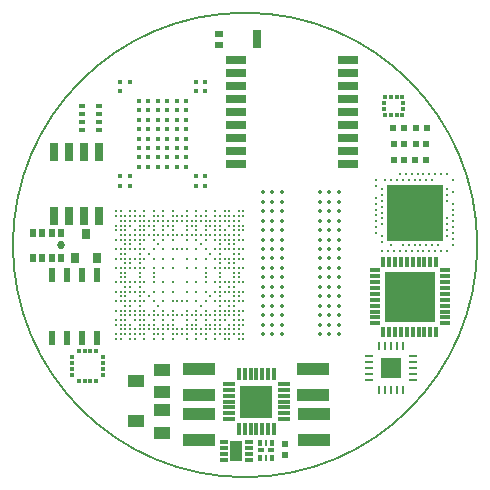
<source format=gtp>
G04*
G04 #@! TF.GenerationSoftware,Altium Limited,Altium Designer,22.6.1 (34)*
G04*
G04 Layer_Color=8421504*
%FSLAX44Y44*%
%MOMM*%
G71*
G04*
G04 #@! TF.SameCoordinates,74DF644D-C5CC-47E8-8FD8-F3D1935BC2B4*
G04*
G04*
G04 #@! TF.FilePolarity,Positive*
G04*
G01*
G75*
%ADD12C,0.2000*%
%ADD14R,0.7000X1.5000*%
%ADD15R,0.7000X0.5500*%
%ADD16R,1.7393X1.7393*%
%ADD17R,0.8500X0.3000*%
%ADD18R,0.3000X0.8500*%
%ADD19R,4.2500X4.2500*%
%ADD20R,1.8000X0.7000*%
%ADD21R,1.8000X0.8000*%
%ADD22C,0.2000*%
%ADD23R,4.7500X4.7500*%
%ADD24R,0.5000X0.4000*%
%ADD25R,0.3000X0.3500*%
%ADD26R,0.3500X0.3000*%
%ADD27R,2.7000X1.0000*%
%ADD28R,0.6300X0.3500*%
%ADD29R,0.3000X0.5800*%
%ADD30R,0.2500X0.5800*%
%ADD31R,1.0000X1.7000*%
%ADD32R,0.7000X0.3000*%
%ADD33R,1.0000X0.3000*%
%ADD34R,0.3000X1.0000*%
%ADD35R,2.8000X2.8000*%
%ADD36R,0.6000X0.5000*%
%ADD37C,0.3500*%
%ADD38R,1.4000X1.0000*%
%ADD39R,0.5000X0.6000*%
%ADD40R,0.6500X1.5250*%
%ADD41R,0.8000X0.9000*%
%ADD42C,0.6900*%
%ADD43R,0.5000X0.7500*%
%ADD44R,0.6000X1.3000*%
%ADD45R,0.2393X0.7311*%
G04:AMPARAMS|DCode=46|XSize=0.7311mm|YSize=0.2393mm|CornerRadius=0.1196mm|HoleSize=0mm|Usage=FLASHONLY|Rotation=270.000|XOffset=0mm|YOffset=0mm|HoleType=Round|Shape=RoundedRectangle|*
%AMROUNDEDRECTD46*
21,1,0.7311,0.0000,0,0,270.0*
21,1,0.4918,0.2393,0,0,270.0*
1,1,0.2393,0.0000,-0.2459*
1,1,0.2393,0.0000,0.2459*
1,1,0.2393,0.0000,0.2459*
1,1,0.2393,0.0000,-0.2459*
%
%ADD46ROUNDEDRECTD46*%
G04:AMPARAMS|DCode=47|XSize=0.2393mm|YSize=0.7311mm|CornerRadius=0.1196mm|HoleSize=0mm|Usage=FLASHONLY|Rotation=270.000|XOffset=0mm|YOffset=0mm|HoleType=Round|Shape=RoundedRectangle|*
%AMROUNDEDRECTD47*
21,1,0.2393,0.4918,0,0,270.0*
21,1,0.0000,0.7311,0,0,270.0*
1,1,0.2393,-0.2459,0.0000*
1,1,0.2393,-0.2459,0.0000*
1,1,0.2393,0.2459,0.0000*
1,1,0.2393,0.2459,0.0000*
%
%ADD47ROUNDEDRECTD47*%
%ADD48R,0.3000X0.4500*%
%ADD49R,0.4500X0.3000*%
%ADD50C,0.2125*%
%ADD51C,0.3825*%
D12*
X903478Y560832D02*
G03*
X903478Y560832I-196596J0D01*
G01*
D14*
X717040Y734822D02*
D03*
D15*
X685040Y739572D02*
D03*
Y730072D02*
D03*
D16*
X830544Y456728D02*
D03*
D17*
X816792Y539426D02*
D03*
Y534426D02*
D03*
Y529426D02*
D03*
Y524426D02*
D03*
Y519426D02*
D03*
Y514426D02*
D03*
Y509426D02*
D03*
Y504426D02*
D03*
Y499426D02*
D03*
Y494426D02*
D03*
X875792D02*
D03*
Y499426D02*
D03*
Y504426D02*
D03*
Y509426D02*
D03*
Y514426D02*
D03*
Y519426D02*
D03*
Y524426D02*
D03*
Y529426D02*
D03*
Y534426D02*
D03*
Y539426D02*
D03*
D18*
X823792Y487426D02*
D03*
X828792D02*
D03*
X833792D02*
D03*
X838792D02*
D03*
X843792D02*
D03*
X848792D02*
D03*
X853792D02*
D03*
X858792D02*
D03*
X863792D02*
D03*
X868792D02*
D03*
Y546426D02*
D03*
X863792D02*
D03*
X858792D02*
D03*
X853792D02*
D03*
X848792D02*
D03*
X843792D02*
D03*
X838792D02*
D03*
X833792D02*
D03*
X828792D02*
D03*
X823792D02*
D03*
D19*
X846292Y516926D02*
D03*
D20*
X794006Y629354D02*
D03*
Y717354D02*
D03*
X699006D02*
D03*
Y629354D02*
D03*
D21*
X794006Y640354D02*
D03*
Y651354D02*
D03*
Y662354D02*
D03*
Y673354D02*
D03*
Y684354D02*
D03*
Y695354D02*
D03*
Y706354D02*
D03*
X699006D02*
D03*
Y695354D02*
D03*
Y684354D02*
D03*
Y673354D02*
D03*
Y662354D02*
D03*
Y651354D02*
D03*
Y640354D02*
D03*
D22*
X817892Y590764D02*
D03*
Y595764D02*
D03*
Y600764D02*
D03*
Y610764D02*
D03*
Y615764D02*
D03*
Y585764D02*
D03*
Y580764D02*
D03*
Y575764D02*
D03*
Y570764D02*
D03*
X877892Y568264D02*
D03*
Y573264D02*
D03*
Y578264D02*
D03*
Y583264D02*
D03*
Y608264D02*
D03*
Y603264D02*
D03*
Y598264D02*
D03*
X822892Y563264D02*
D03*
Y568264D02*
D03*
Y578264D02*
D03*
Y583264D02*
D03*
Y608264D02*
D03*
Y603264D02*
D03*
Y598264D02*
D03*
Y593264D02*
D03*
Y588264D02*
D03*
X882892Y615764D02*
D03*
Y605764D02*
D03*
Y595764D02*
D03*
Y590764D02*
D03*
Y560764D02*
D03*
Y565764D02*
D03*
Y570764D02*
D03*
Y575764D02*
D03*
Y580764D02*
D03*
Y585764D02*
D03*
X850392Y615764D02*
D03*
X845392D02*
D03*
X840392D02*
D03*
X835392D02*
D03*
X830392D02*
D03*
X825392D02*
D03*
X855392D02*
D03*
X860392D02*
D03*
X865392D02*
D03*
X850392Y560764D02*
D03*
X855392D02*
D03*
X860392D02*
D03*
X865392D02*
D03*
X870392D02*
D03*
X845392D02*
D03*
X840392D02*
D03*
X830392D02*
D03*
X877892Y555764D02*
D03*
X872892D02*
D03*
X867892D02*
D03*
X862892D02*
D03*
X857892D02*
D03*
X822892D02*
D03*
X827892D02*
D03*
X837892D02*
D03*
X842892D02*
D03*
X847892D02*
D03*
X852892D02*
D03*
X837892Y620764D02*
D03*
X842892D02*
D03*
X847892D02*
D03*
X877892D02*
D03*
X872892D02*
D03*
X867892D02*
D03*
X862892D02*
D03*
X857892D02*
D03*
X852892D02*
D03*
X832892Y555764D02*
D03*
D23*
X850392Y588264D02*
D03*
D24*
X568536Y678060D02*
D03*
Y671560D02*
D03*
Y665060D02*
D03*
Y658560D02*
D03*
X583536D02*
D03*
Y665060D02*
D03*
Y671560D02*
D03*
Y678060D02*
D03*
D25*
X825152Y670560D02*
D03*
X830152D02*
D03*
X835152D02*
D03*
X840152D02*
D03*
Y685810D02*
D03*
X835152D02*
D03*
X830152D02*
D03*
X825152D02*
D03*
D26*
X840402Y675685D02*
D03*
Y680685D02*
D03*
X824652D02*
D03*
Y675685D02*
D03*
D27*
X765302Y395908D02*
D03*
Y417908D02*
D03*
X764794Y455500D02*
D03*
Y433500D02*
D03*
X667766Y395654D02*
D03*
Y417654D02*
D03*
Y455422D02*
D03*
Y433422D02*
D03*
D28*
X728980Y386842D02*
D03*
X720280D02*
D03*
D29*
X729630Y380492D02*
D03*
X719630D02*
D03*
Y393192D02*
D03*
X729630D02*
D03*
D30*
X724630Y380492D02*
D03*
Y393192D02*
D03*
D31*
X699516Y386588D02*
D03*
D32*
X689016Y379088D02*
D03*
Y384088D02*
D03*
Y389088D02*
D03*
Y394088D02*
D03*
X710016D02*
D03*
Y389088D02*
D03*
Y384088D02*
D03*
Y379088D02*
D03*
D33*
X693034Y443244D02*
D03*
Y438244D02*
D03*
Y433244D02*
D03*
Y428244D02*
D03*
Y423244D02*
D03*
Y418244D02*
D03*
Y413244D02*
D03*
X740034D02*
D03*
Y418244D02*
D03*
Y423244D02*
D03*
Y428244D02*
D03*
Y433244D02*
D03*
Y438244D02*
D03*
Y443244D02*
D03*
D34*
X701534Y404744D02*
D03*
X706534D02*
D03*
X711534D02*
D03*
X716534D02*
D03*
X721534D02*
D03*
X726534D02*
D03*
X731534D02*
D03*
Y451744D02*
D03*
X726534D02*
D03*
X721534D02*
D03*
X716534D02*
D03*
X711534D02*
D03*
X706534D02*
D03*
X701534D02*
D03*
D35*
X716534Y428244D02*
D03*
D36*
X740410Y383358D02*
D03*
Y392358D02*
D03*
D37*
X786088Y485434D02*
D03*
X778088D02*
D03*
X770088D02*
D03*
X738088D02*
D03*
X730088D02*
D03*
X722088D02*
D03*
X786088Y493434D02*
D03*
X778088D02*
D03*
X770088D02*
D03*
X738088D02*
D03*
X730088D02*
D03*
X722088D02*
D03*
X786088Y501434D02*
D03*
X778088D02*
D03*
X770088D02*
D03*
X738088D02*
D03*
X730088D02*
D03*
X722088D02*
D03*
X786088Y509434D02*
D03*
X778088D02*
D03*
X770088D02*
D03*
X738088D02*
D03*
X730088D02*
D03*
X722088D02*
D03*
X786088Y517434D02*
D03*
X778088D02*
D03*
X770088D02*
D03*
X738088D02*
D03*
X730088D02*
D03*
X722088D02*
D03*
X786088Y525434D02*
D03*
X778088D02*
D03*
X770088D02*
D03*
X738088D02*
D03*
X730088D02*
D03*
X722088D02*
D03*
X786088Y533434D02*
D03*
X778088D02*
D03*
X770088D02*
D03*
X738088D02*
D03*
X730088D02*
D03*
X722088D02*
D03*
X786088Y541434D02*
D03*
X778088D02*
D03*
X770088D02*
D03*
X738088D02*
D03*
X730088D02*
D03*
X722088D02*
D03*
X786088Y549434D02*
D03*
X778088D02*
D03*
X770088D02*
D03*
X738088D02*
D03*
X730088D02*
D03*
X722088D02*
D03*
X786088Y557434D02*
D03*
X778088D02*
D03*
X770088D02*
D03*
X738088D02*
D03*
X730088D02*
D03*
X722088D02*
D03*
X786088Y565434D02*
D03*
X778088D02*
D03*
X770088D02*
D03*
X738088D02*
D03*
X730088D02*
D03*
X722088D02*
D03*
X786088Y573434D02*
D03*
X778088D02*
D03*
X770088D02*
D03*
X738088D02*
D03*
X730088D02*
D03*
X722088D02*
D03*
X786088Y581434D02*
D03*
X778088D02*
D03*
X770088D02*
D03*
X738088D02*
D03*
X730088D02*
D03*
X722088D02*
D03*
X786088Y589434D02*
D03*
X778088D02*
D03*
X770088D02*
D03*
X738088D02*
D03*
X730088D02*
D03*
X722088D02*
D03*
X786088Y597434D02*
D03*
X778088D02*
D03*
X770088D02*
D03*
X738088D02*
D03*
X730088D02*
D03*
X722088D02*
D03*
X786088Y605434D02*
D03*
X778088D02*
D03*
X770088D02*
D03*
X738088D02*
D03*
X730088D02*
D03*
X722088D02*
D03*
D38*
X636602Y436016D02*
D03*
Y455016D02*
D03*
X614602Y445516D02*
D03*
X636348Y401980D02*
D03*
Y420980D02*
D03*
X614348Y411480D02*
D03*
D39*
X851178Y633004D02*
D03*
X860178D02*
D03*
X832660Y632496D02*
D03*
X841660D02*
D03*
X832660Y645958D02*
D03*
X841660D02*
D03*
X851504Y659928D02*
D03*
X860504D02*
D03*
X832478Y659674D02*
D03*
X841478D02*
D03*
X851432Y646466D02*
D03*
X860432D02*
D03*
D40*
X545338Y585274D02*
D03*
X558038D02*
D03*
X570738D02*
D03*
X583438D02*
D03*
Y639514D02*
D03*
X570738D02*
D03*
X558038D02*
D03*
X545338D02*
D03*
D41*
X562762Y549976D02*
D03*
X581762D02*
D03*
X572262Y569976D02*
D03*
D42*
X551052Y560446D02*
D03*
D43*
X527052Y571246D02*
D03*
X543052D02*
D03*
X551052D02*
D03*
X535052D02*
D03*
X527052Y549946D02*
D03*
X543052D02*
D03*
X551052D02*
D03*
X535052D02*
D03*
D44*
X543270Y482298D02*
D03*
X555970D02*
D03*
X568670D02*
D03*
X581370D02*
D03*
Y535298D02*
D03*
X568670D02*
D03*
X555970D02*
D03*
X543270D02*
D03*
D45*
X840544Y475634D02*
D03*
D46*
X835544D02*
D03*
X830544D02*
D03*
X825544D02*
D03*
X820544D02*
D03*
Y437823D02*
D03*
X825544D02*
D03*
X830544D02*
D03*
X835544D02*
D03*
X840544D02*
D03*
D47*
X811638Y466728D02*
D03*
Y461728D02*
D03*
Y456728D02*
D03*
Y451728D02*
D03*
Y446728D02*
D03*
X849449D02*
D03*
Y451728D02*
D03*
Y456728D02*
D03*
Y461728D02*
D03*
Y466728D02*
D03*
D48*
X565996Y445502D02*
D03*
X570996D02*
D03*
X575996D02*
D03*
X580996D02*
D03*
Y471002D02*
D03*
X575996D02*
D03*
X570996D02*
D03*
X565996D02*
D03*
D49*
X586246Y450752D02*
D03*
Y455752D02*
D03*
Y460752D02*
D03*
Y465752D02*
D03*
X560746D02*
D03*
Y460752D02*
D03*
Y455752D02*
D03*
Y450752D02*
D03*
D50*
X597538Y589274D02*
D03*
X601538D02*
D03*
X609538D02*
D03*
X613538D02*
D03*
X621538D02*
D03*
X629538D02*
D03*
X637538D02*
D03*
X645538D02*
D03*
X657538D02*
D03*
X665538D02*
D03*
X673538D02*
D03*
X681538D02*
D03*
X689538D02*
D03*
X693538D02*
D03*
X701538D02*
D03*
X705538D02*
D03*
X597538Y585274D02*
D03*
X601538D02*
D03*
X605538D02*
D03*
X609538D02*
D03*
X613538D02*
D03*
X617538D02*
D03*
X621538D02*
D03*
X629538D02*
D03*
X633538D02*
D03*
X637538D02*
D03*
X645538D02*
D03*
X649538D02*
D03*
X653538D02*
D03*
X657538D02*
D03*
X665538D02*
D03*
X669538D02*
D03*
X673538D02*
D03*
X681538D02*
D03*
X685538D02*
D03*
X689538D02*
D03*
X693538D02*
D03*
X697538D02*
D03*
X701538D02*
D03*
X705538D02*
D03*
X601538Y581274D02*
D03*
X605538D02*
D03*
X609538D02*
D03*
X613538D02*
D03*
X617538D02*
D03*
X621538D02*
D03*
X625538D02*
D03*
X629538D02*
D03*
X633538D02*
D03*
X637538D02*
D03*
X641538D02*
D03*
X645538D02*
D03*
X649538D02*
D03*
X653538D02*
D03*
X657538D02*
D03*
X661538D02*
D03*
X665538D02*
D03*
X669538D02*
D03*
X673538D02*
D03*
X677538D02*
D03*
X681538D02*
D03*
X685538D02*
D03*
X689538D02*
D03*
X693538D02*
D03*
X697538D02*
D03*
X701538D02*
D03*
X597538Y577274D02*
D03*
X601538D02*
D03*
X605538D02*
D03*
X609538D02*
D03*
X617538D02*
D03*
X621538D02*
D03*
X625538D02*
D03*
X629538D02*
D03*
X637538D02*
D03*
X641538D02*
D03*
X645538D02*
D03*
X657538D02*
D03*
X661538D02*
D03*
X665538D02*
D03*
X673538D02*
D03*
X677538D02*
D03*
X681538D02*
D03*
X685538D02*
D03*
X693538D02*
D03*
X697538D02*
D03*
X701538D02*
D03*
X705538D02*
D03*
X597538Y573274D02*
D03*
X601538D02*
D03*
X605538D02*
D03*
X613538D02*
D03*
X617538D02*
D03*
X621538D02*
D03*
X629538D02*
D03*
X637538D02*
D03*
X645538D02*
D03*
X657538D02*
D03*
X665538D02*
D03*
X673538D02*
D03*
X681538D02*
D03*
X685538D02*
D03*
X689538D02*
D03*
X697538D02*
D03*
X701538D02*
D03*
X705538D02*
D03*
X601538Y569274D02*
D03*
X605538D02*
D03*
X609538D02*
D03*
X613538D02*
D03*
X617538D02*
D03*
X621538D02*
D03*
X625538D02*
D03*
X629538D02*
D03*
X633538D02*
D03*
X637538D02*
D03*
X641538D02*
D03*
X645538D02*
D03*
X649538D02*
D03*
X653538D02*
D03*
X657538D02*
D03*
X661538D02*
D03*
X665538D02*
D03*
X669538D02*
D03*
X673538D02*
D03*
X677538D02*
D03*
X681538D02*
D03*
X685538D02*
D03*
X689538D02*
D03*
X693538D02*
D03*
X697538D02*
D03*
X701538D02*
D03*
X597538Y565274D02*
D03*
X601538D02*
D03*
X605538D02*
D03*
X609538D02*
D03*
X613538D02*
D03*
X617538D02*
D03*
X621538D02*
D03*
X629538D02*
D03*
X637538D02*
D03*
X645538D02*
D03*
X657538D02*
D03*
X665538D02*
D03*
X673538D02*
D03*
X681538D02*
D03*
X685538D02*
D03*
X689538D02*
D03*
X693538D02*
D03*
X697538D02*
D03*
X701538D02*
D03*
X705538D02*
D03*
X605538Y561274D02*
D03*
X609538D02*
D03*
X617538D02*
D03*
X633538D02*
D03*
X669538D02*
D03*
X685538D02*
D03*
X693538D02*
D03*
X697538D02*
D03*
X597538Y557274D02*
D03*
X601538D02*
D03*
X605538D02*
D03*
X609538D02*
D03*
X613538D02*
D03*
X617538D02*
D03*
X621538D02*
D03*
X629538D02*
D03*
X637538D02*
D03*
X645538D02*
D03*
X649538D02*
D03*
X653538D02*
D03*
X657538D02*
D03*
X665538D02*
D03*
X673538D02*
D03*
X681538D02*
D03*
X685538D02*
D03*
X689538D02*
D03*
X693538D02*
D03*
X697538D02*
D03*
X701538D02*
D03*
X705538D02*
D03*
X601538Y553274D02*
D03*
X605538D02*
D03*
X617538D02*
D03*
X625538D02*
D03*
X677538D02*
D03*
X685538D02*
D03*
X697538D02*
D03*
X701538D02*
D03*
X597538Y549274D02*
D03*
X601538D02*
D03*
X605538D02*
D03*
X609538D02*
D03*
X613538D02*
D03*
X617538D02*
D03*
X621538D02*
D03*
X629538D02*
D03*
X637538D02*
D03*
X645538D02*
D03*
X657538D02*
D03*
X665538D02*
D03*
X673538D02*
D03*
X681538D02*
D03*
X685538D02*
D03*
X689538D02*
D03*
X693538D02*
D03*
X697538D02*
D03*
X701538D02*
D03*
X705538D02*
D03*
X605538Y545274D02*
D03*
X609538D02*
D03*
X617538D02*
D03*
X685538D02*
D03*
X693538D02*
D03*
X697538D02*
D03*
X597538Y541274D02*
D03*
X601538D02*
D03*
X605538D02*
D03*
X609538D02*
D03*
X613538D02*
D03*
X617538D02*
D03*
X621538D02*
D03*
X629538D02*
D03*
X637538D02*
D03*
X645538D02*
D03*
X657538D02*
D03*
X665538D02*
D03*
X673538D02*
D03*
X681538D02*
D03*
X685538D02*
D03*
X689538D02*
D03*
X693538D02*
D03*
X697538D02*
D03*
X701538D02*
D03*
X705538D02*
D03*
X601538Y537274D02*
D03*
X605538D02*
D03*
X617538D02*
D03*
X629538D02*
D03*
X673538D02*
D03*
X685538D02*
D03*
X697538D02*
D03*
X701538D02*
D03*
X601538Y533274D02*
D03*
X605538D02*
D03*
X617538D02*
D03*
X629538D02*
D03*
X673538D02*
D03*
X685538D02*
D03*
X697538D02*
D03*
X701538D02*
D03*
X597538Y529274D02*
D03*
X601538D02*
D03*
X605538D02*
D03*
X609538D02*
D03*
X613538D02*
D03*
X617538D02*
D03*
X621538D02*
D03*
X629538D02*
D03*
X637538D02*
D03*
X645538D02*
D03*
X657538D02*
D03*
X665538D02*
D03*
X673538D02*
D03*
X681538D02*
D03*
X685538D02*
D03*
X689538D02*
D03*
X693538D02*
D03*
X697538D02*
D03*
X701538D02*
D03*
X705538D02*
D03*
X605538Y525274D02*
D03*
X609538D02*
D03*
X617538D02*
D03*
X685538D02*
D03*
X693538D02*
D03*
X697538D02*
D03*
X597538Y521274D02*
D03*
X601538D02*
D03*
X605538D02*
D03*
X609538D02*
D03*
X613538D02*
D03*
X617538D02*
D03*
X621538D02*
D03*
X629538D02*
D03*
X637538D02*
D03*
X645538D02*
D03*
X657538D02*
D03*
X665538D02*
D03*
X673538D02*
D03*
X681538D02*
D03*
X685538D02*
D03*
X689538D02*
D03*
X693538D02*
D03*
X697538D02*
D03*
X701538D02*
D03*
X705538D02*
D03*
X601538Y517274D02*
D03*
X605538D02*
D03*
X617538D02*
D03*
X625538D02*
D03*
X677538D02*
D03*
X685538D02*
D03*
X697538D02*
D03*
X701538D02*
D03*
X597538Y513274D02*
D03*
X601538D02*
D03*
X605538D02*
D03*
X609538D02*
D03*
X613538D02*
D03*
X617538D02*
D03*
X621538D02*
D03*
X629538D02*
D03*
X637538D02*
D03*
X645538D02*
D03*
X649538D02*
D03*
X653538D02*
D03*
X657538D02*
D03*
X665538D02*
D03*
X673538D02*
D03*
X681538D02*
D03*
X685538D02*
D03*
X689538D02*
D03*
X693538D02*
D03*
X697538D02*
D03*
X701538D02*
D03*
X705538D02*
D03*
X605538Y509274D02*
D03*
X609538D02*
D03*
X617538D02*
D03*
X633538D02*
D03*
X669538D02*
D03*
X685538D02*
D03*
X693538D02*
D03*
X697538D02*
D03*
X597538Y505274D02*
D03*
X601538D02*
D03*
X605538D02*
D03*
X609538D02*
D03*
X613538D02*
D03*
X617538D02*
D03*
X621538D02*
D03*
X629538D02*
D03*
X637538D02*
D03*
X645538D02*
D03*
X657538D02*
D03*
X665538D02*
D03*
X673538D02*
D03*
X681538D02*
D03*
X685538D02*
D03*
X689538D02*
D03*
X693538D02*
D03*
X697538D02*
D03*
X701538D02*
D03*
X705538D02*
D03*
X601538Y501274D02*
D03*
X605538D02*
D03*
X609538D02*
D03*
X613538D02*
D03*
X617538D02*
D03*
X621538D02*
D03*
X625538D02*
D03*
X629538D02*
D03*
X633538D02*
D03*
X637538D02*
D03*
X641538D02*
D03*
X645538D02*
D03*
X649538D02*
D03*
X653538D02*
D03*
X657538D02*
D03*
X661538D02*
D03*
X665538D02*
D03*
X669538D02*
D03*
X673538D02*
D03*
X677538D02*
D03*
X681538D02*
D03*
X685538D02*
D03*
X689538D02*
D03*
X693538D02*
D03*
X697538D02*
D03*
X701538D02*
D03*
X597538Y497274D02*
D03*
X601538D02*
D03*
X605538D02*
D03*
X613538D02*
D03*
X617538D02*
D03*
X621538D02*
D03*
X629538D02*
D03*
X637538D02*
D03*
X645538D02*
D03*
X657538D02*
D03*
X665538D02*
D03*
X673538D02*
D03*
X681538D02*
D03*
X685538D02*
D03*
X689538D02*
D03*
X697538D02*
D03*
X701538D02*
D03*
X705538D02*
D03*
X597538Y493274D02*
D03*
X601538D02*
D03*
X605538D02*
D03*
X609538D02*
D03*
X617538D02*
D03*
X621538D02*
D03*
X625538D02*
D03*
X629538D02*
D03*
X637538D02*
D03*
X641538D02*
D03*
X645538D02*
D03*
X657538D02*
D03*
X661538D02*
D03*
X665538D02*
D03*
X673538D02*
D03*
X677538D02*
D03*
X681538D02*
D03*
X685538D02*
D03*
X693538D02*
D03*
X697538D02*
D03*
X701538D02*
D03*
X705538D02*
D03*
X601538Y489274D02*
D03*
X605538D02*
D03*
X609538D02*
D03*
X613538D02*
D03*
X617538D02*
D03*
X621538D02*
D03*
X625538D02*
D03*
X629538D02*
D03*
X633538D02*
D03*
X637538D02*
D03*
X641538D02*
D03*
X645538D02*
D03*
X649538D02*
D03*
X653538D02*
D03*
X657538D02*
D03*
X661538D02*
D03*
X665538D02*
D03*
X669538D02*
D03*
X673538D02*
D03*
X677538D02*
D03*
X681538D02*
D03*
X685538D02*
D03*
X689538D02*
D03*
X693538D02*
D03*
X697538D02*
D03*
X701538D02*
D03*
X597538Y485274D02*
D03*
X601538D02*
D03*
X605538D02*
D03*
X609538D02*
D03*
X613538D02*
D03*
X617538D02*
D03*
X621538D02*
D03*
X629538D02*
D03*
X633538D02*
D03*
X637538D02*
D03*
X645538D02*
D03*
X649538D02*
D03*
X653538D02*
D03*
X657538D02*
D03*
X665538D02*
D03*
X669538D02*
D03*
X673538D02*
D03*
X681538D02*
D03*
X685538D02*
D03*
X689538D02*
D03*
X693538D02*
D03*
X697538D02*
D03*
X701538D02*
D03*
X705538D02*
D03*
X597538Y481274D02*
D03*
X601538D02*
D03*
X609538D02*
D03*
X613538D02*
D03*
X621538D02*
D03*
X629538D02*
D03*
X637538D02*
D03*
X645538D02*
D03*
X657538D02*
D03*
X665538D02*
D03*
X673538D02*
D03*
X681538D02*
D03*
X689538D02*
D03*
X693538D02*
D03*
X701538D02*
D03*
X705538D02*
D03*
D51*
X601094Y698872D02*
D03*
X609094D02*
D03*
X665094D02*
D03*
X673094D02*
D03*
X601094Y690872D02*
D03*
X665094D02*
D03*
X673094D02*
D03*
X617094Y682872D02*
D03*
X625094D02*
D03*
X633094D02*
D03*
X641094D02*
D03*
X649094D02*
D03*
X657094D02*
D03*
X617094Y674872D02*
D03*
X625094D02*
D03*
X633094D02*
D03*
X641094D02*
D03*
X649094D02*
D03*
X657094D02*
D03*
X617094Y666872D02*
D03*
X625094D02*
D03*
X633094D02*
D03*
X641094D02*
D03*
X649094D02*
D03*
X657094D02*
D03*
X617094Y658872D02*
D03*
X625094D02*
D03*
X633094D02*
D03*
X641094D02*
D03*
X649094D02*
D03*
X657094D02*
D03*
X617094Y650872D02*
D03*
X625094D02*
D03*
X633094D02*
D03*
X641094D02*
D03*
X649094D02*
D03*
X657094D02*
D03*
X617094Y642872D02*
D03*
X625094D02*
D03*
X633094D02*
D03*
X641094D02*
D03*
X649094D02*
D03*
X657094D02*
D03*
X617094Y634872D02*
D03*
X625094D02*
D03*
X633094D02*
D03*
X641094D02*
D03*
X649094D02*
D03*
X657094D02*
D03*
X617094Y626872D02*
D03*
X625094D02*
D03*
X633094D02*
D03*
X641094D02*
D03*
X649094D02*
D03*
X657094D02*
D03*
X601094Y618872D02*
D03*
X609094D02*
D03*
X665094D02*
D03*
X673094D02*
D03*
X601094Y610872D02*
D03*
X609094D02*
D03*
X665094D02*
D03*
X673094D02*
D03*
M02*

</source>
